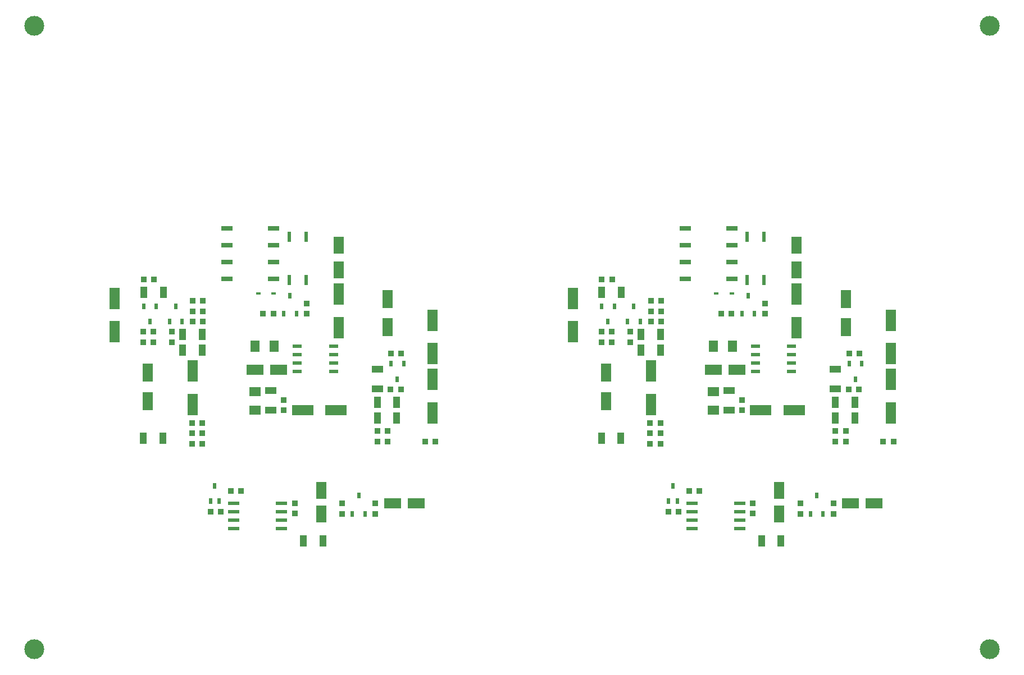
<source format=gtp>
G04*
G04 #@! TF.GenerationSoftware,Altium Limited,Altium Designer,19.1.6 (110)*
G04*
G04 Layer_Color=8421504*
%FSLAX25Y25*%
%MOIN*%
G70*
G01*
G75*
%ADD10C,0.11811*%
%ADD11R,0.02165X0.03543*%
%ADD12R,0.06890X0.04331*%
%ADD13R,0.03543X0.03740*%
%ADD14R,0.05276X0.07087*%
%ADD15R,0.07087X0.05276*%
%ADD16R,0.09843X0.06299*%
%ADD17R,0.03740X0.03543*%
%ADD18R,0.02362X0.03740*%
%ADD19R,0.04331X0.06890*%
%ADD20R,0.06299X0.09843*%
%ADD21R,0.07087X0.02362*%
%ADD22R,0.06299X0.12598*%
%ADD23R,0.06299X0.11024*%
%ADD24R,0.07087X0.03150*%
%ADD25R,0.02362X0.06299*%
%ADD26R,0.06496X0.09843*%
%ADD27R,0.05709X0.02362*%
%ADD28R,0.03150X0.01575*%
%ADD29R,0.12598X0.06299*%
D10*
X11811Y11811D02*
D03*
X578740Y11811D02*
D03*
Y381890D02*
D03*
X11811Y381890D02*
D03*
D11*
X118848Y108697D02*
D03*
X121407Y99839D02*
D03*
X116289D02*
D03*
X390718Y108697D02*
D03*
X393277Y99839D02*
D03*
X388159D02*
D03*
D12*
X152143Y153582D02*
D03*
Y165196D02*
D03*
X215305Y177890D02*
D03*
Y166276D02*
D03*
X424013Y153582D02*
D03*
Y165196D02*
D03*
X487175Y177890D02*
D03*
Y166276D02*
D03*
D13*
X76722Y231236D02*
D03*
X82824D02*
D03*
X223179Y165980D02*
D03*
X229281D02*
D03*
X134596Y105744D02*
D03*
X128494D02*
D03*
X122391Y93382D02*
D03*
X116289D02*
D03*
X223480Y187247D02*
D03*
X229583D02*
D03*
X221407Y141276D02*
D03*
X215305D02*
D03*
X221407Y135173D02*
D03*
X215305D02*
D03*
X243694D02*
D03*
X249797D02*
D03*
X153691Y210869D02*
D03*
X147588D02*
D03*
X111466Y146000D02*
D03*
X105364D02*
D03*
X111466Y139898D02*
D03*
X105364D02*
D03*
X111466Y133795D02*
D03*
X105364D02*
D03*
X111860Y218527D02*
D03*
X105757D02*
D03*
X111860Y212424D02*
D03*
X105757D02*
D03*
X111860Y206322D02*
D03*
X105757D02*
D03*
X348592Y231236D02*
D03*
X354695D02*
D03*
X495049Y165980D02*
D03*
X501151D02*
D03*
X406466Y105744D02*
D03*
X400364D02*
D03*
X394262Y93382D02*
D03*
X388159D02*
D03*
X495350Y187247D02*
D03*
X501453D02*
D03*
X493277Y141276D02*
D03*
X487175D02*
D03*
X493277Y135173D02*
D03*
X487175D02*
D03*
X515565D02*
D03*
X521667D02*
D03*
X425561Y210869D02*
D03*
X419458D02*
D03*
X383336Y146000D02*
D03*
X377234D02*
D03*
X383336Y139898D02*
D03*
X377234D02*
D03*
X383336Y133795D02*
D03*
X377234D02*
D03*
X383730Y218527D02*
D03*
X377627D02*
D03*
X383730Y212424D02*
D03*
X377627D02*
D03*
X383730Y206322D02*
D03*
X377627D02*
D03*
D14*
X142876Y191669D02*
D03*
X154136D02*
D03*
X414746D02*
D03*
X426006D02*
D03*
D15*
X142842Y153582D02*
D03*
Y164841D02*
D03*
X414712Y153582D02*
D03*
Y164841D02*
D03*
D16*
X156793Y177774D02*
D03*
X142842D02*
D03*
X238311Y98264D02*
D03*
X224360D02*
D03*
X428664Y177774D02*
D03*
X414712D02*
D03*
X510181Y98264D02*
D03*
X496230D02*
D03*
D17*
X214136Y92161D02*
D03*
Y98264D02*
D03*
X194439Y92161D02*
D03*
Y98264D02*
D03*
X166289Y98382D02*
D03*
Y92279D02*
D03*
X173474Y216965D02*
D03*
Y210862D02*
D03*
X159872Y159681D02*
D03*
Y153579D02*
D03*
X93454Y200220D02*
D03*
Y194117D02*
D03*
X82529Y200220D02*
D03*
Y194117D02*
D03*
X76427Y200220D02*
D03*
Y194117D02*
D03*
X486006Y92161D02*
D03*
Y98264D02*
D03*
X466309Y92161D02*
D03*
Y98264D02*
D03*
X438159Y98382D02*
D03*
Y92279D02*
D03*
X445344Y216965D02*
D03*
Y210862D02*
D03*
X431742Y159681D02*
D03*
Y153579D02*
D03*
X365324Y200220D02*
D03*
Y194117D02*
D03*
X354399Y200220D02*
D03*
Y194117D02*
D03*
X348297Y200220D02*
D03*
Y194117D02*
D03*
D18*
X204281Y102988D02*
D03*
X208021Y92161D02*
D03*
X200541D02*
D03*
X223474Y181236D02*
D03*
X230954D02*
D03*
X227214Y171984D02*
D03*
X163533Y221689D02*
D03*
X159793Y210862D02*
D03*
X167273D02*
D03*
X76623Y215476D02*
D03*
X84104D02*
D03*
X80364Y206224D02*
D03*
X95718Y215476D02*
D03*
X91978Y206224D02*
D03*
X99458D02*
D03*
X476151Y102988D02*
D03*
X479891Y92161D02*
D03*
X472411D02*
D03*
X495344Y181236D02*
D03*
X502824D02*
D03*
X499084Y171984D02*
D03*
X435403Y221689D02*
D03*
X431663Y210862D02*
D03*
X439143D02*
D03*
X348494Y215476D02*
D03*
X355974D02*
D03*
X352234Y206224D02*
D03*
X367588Y215476D02*
D03*
X363848Y206224D02*
D03*
X371328D02*
D03*
D19*
X171407Y76118D02*
D03*
X183021D02*
D03*
X226919Y158205D02*
D03*
X215305D02*
D03*
X226919Y148959D02*
D03*
X215305D02*
D03*
X88041Y136893D02*
D03*
X76427D02*
D03*
X88336Y223559D02*
D03*
X76722D02*
D03*
X111466Y198547D02*
D03*
X99852D02*
D03*
X111466Y189295D02*
D03*
X99852D02*
D03*
X443277Y76118D02*
D03*
X454891D02*
D03*
X498789Y158205D02*
D03*
X487175D02*
D03*
X498789Y148959D02*
D03*
X487175D02*
D03*
X359911Y136893D02*
D03*
X348297D02*
D03*
X360206Y223559D02*
D03*
X348592D02*
D03*
X383336Y198547D02*
D03*
X371722D02*
D03*
X383336Y189295D02*
D03*
X371722D02*
D03*
D20*
X182037Y106113D02*
D03*
Y92161D02*
D03*
X453907Y106113D02*
D03*
Y92161D02*
D03*
D21*
X130167Y98382D02*
D03*
Y93382D02*
D03*
Y88382D02*
D03*
Y83382D02*
D03*
X158513Y98382D02*
D03*
Y93382D02*
D03*
Y88382D02*
D03*
Y83382D02*
D03*
X402037Y98382D02*
D03*
Y93382D02*
D03*
Y88382D02*
D03*
Y83382D02*
D03*
X430383Y98382D02*
D03*
Y93382D02*
D03*
Y88382D02*
D03*
Y83382D02*
D03*
D22*
X248080Y171970D02*
D03*
Y152117D02*
D03*
Y187247D02*
D03*
Y207100D02*
D03*
X192372Y222659D02*
D03*
Y202805D02*
D03*
X105757Y176977D02*
D03*
Y157124D02*
D03*
X59498Y220087D02*
D03*
Y200234D02*
D03*
X519950Y171970D02*
D03*
Y152117D02*
D03*
Y187247D02*
D03*
Y207100D02*
D03*
X464242Y222659D02*
D03*
Y202805D02*
D03*
X377627Y176977D02*
D03*
Y157124D02*
D03*
X331368Y220087D02*
D03*
Y200234D02*
D03*
D23*
X221505Y219806D02*
D03*
Y202902D02*
D03*
X79084Y175909D02*
D03*
Y159005D02*
D03*
X493376Y219806D02*
D03*
Y202902D02*
D03*
X350954Y175909D02*
D03*
Y159005D02*
D03*
D24*
X153734Y251591D02*
D03*
Y261591D02*
D03*
Y241591D02*
D03*
Y231591D02*
D03*
X126175Y261591D02*
D03*
Y251591D02*
D03*
Y241591D02*
D03*
Y231591D02*
D03*
X425604Y251591D02*
D03*
Y261591D02*
D03*
Y241591D02*
D03*
Y231591D02*
D03*
X398045Y261591D02*
D03*
Y251591D02*
D03*
Y241591D02*
D03*
Y231591D02*
D03*
D25*
X172962Y256630D02*
D03*
X162962D02*
D03*
Y231039D02*
D03*
X172962D02*
D03*
X444832Y256630D02*
D03*
X434832D02*
D03*
Y231039D02*
D03*
X444832D02*
D03*
D26*
X192372Y251783D02*
D03*
Y237019D02*
D03*
X464242Y251783D02*
D03*
Y237019D02*
D03*
D27*
X167864Y181669D02*
D03*
Y176669D02*
D03*
Y186669D02*
D03*
Y191669D02*
D03*
X189321Y176669D02*
D03*
Y186669D02*
D03*
Y181669D02*
D03*
Y191669D02*
D03*
X439734Y181669D02*
D03*
Y176669D02*
D03*
Y186669D02*
D03*
Y191669D02*
D03*
X461191Y176669D02*
D03*
Y186669D02*
D03*
Y181669D02*
D03*
Y191669D02*
D03*
D28*
X153734Y223067D02*
D03*
X144679D02*
D03*
X425604D02*
D03*
X416549D02*
D03*
D29*
X190867Y153579D02*
D03*
X171013D02*
D03*
X462737D02*
D03*
X442883D02*
D03*
M02*

</source>
